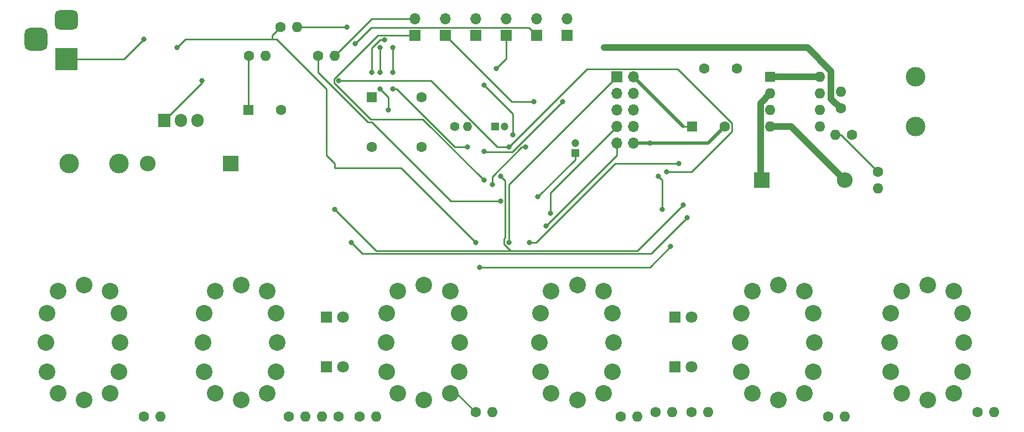
<source format=gbr>
%TF.GenerationSoftware,KiCad,Pcbnew,7.0.2-0*%
%TF.CreationDate,2023-05-13T13:36:10-07:00*%
%TF.ProjectId,nixie3,6e697869-6533-42e6-9b69-6361645f7063,rev?*%
%TF.SameCoordinates,Original*%
%TF.FileFunction,Copper,L2,Bot*%
%TF.FilePolarity,Positive*%
%FSLAX46Y46*%
G04 Gerber Fmt 4.6, Leading zero omitted, Abs format (unit mm)*
G04 Created by KiCad (PCBNEW 7.0.2-0) date 2023-05-13 13:36:10*
%MOMM*%
%LPD*%
G01*
G04 APERTURE LIST*
G04 Aperture macros list*
%AMRoundRect*
0 Rectangle with rounded corners*
0 $1 Rounding radius*
0 $2 $3 $4 $5 $6 $7 $8 $9 X,Y pos of 4 corners*
0 Add a 4 corners polygon primitive as box body*
4,1,4,$2,$3,$4,$5,$6,$7,$8,$9,$2,$3,0*
0 Add four circle primitives for the rounded corners*
1,1,$1+$1,$2,$3*
1,1,$1+$1,$4,$5*
1,1,$1+$1,$6,$7*
1,1,$1+$1,$8,$9*
0 Add four rect primitives between the rounded corners*
20,1,$1+$1,$2,$3,$4,$5,0*
20,1,$1+$1,$4,$5,$6,$7,0*
20,1,$1+$1,$6,$7,$8,$9,0*
20,1,$1+$1,$8,$9,$2,$3,0*%
G04 Aperture macros list end*
%TA.AperFunction,ComponentPad*%
%ADD10C,1.600000*%
%TD*%
%TA.AperFunction,ComponentPad*%
%ADD11O,1.600000X1.600000*%
%TD*%
%TA.AperFunction,ComponentPad*%
%ADD12C,1.400000*%
%TD*%
%TA.AperFunction,ComponentPad*%
%ADD13O,1.400000X1.400000*%
%TD*%
%TA.AperFunction,ComponentPad*%
%ADD14R,1.200000X1.200000*%
%TD*%
%TA.AperFunction,ComponentPad*%
%ADD15C,1.200000*%
%TD*%
%TA.AperFunction,ComponentPad*%
%ADD16C,2.540000*%
%TD*%
%TA.AperFunction,ComponentPad*%
%ADD17R,2.400000X2.400000*%
%TD*%
%TA.AperFunction,ComponentPad*%
%ADD18O,2.400000X2.400000*%
%TD*%
%TA.AperFunction,ComponentPad*%
%ADD19R,1.800000X1.800000*%
%TD*%
%TA.AperFunction,ComponentPad*%
%ADD20C,1.800000*%
%TD*%
%TA.AperFunction,ComponentPad*%
%ADD21R,1.700000X1.700000*%
%TD*%
%TA.AperFunction,ComponentPad*%
%ADD22O,1.700000X1.700000*%
%TD*%
%TA.AperFunction,ComponentPad*%
%ADD23C,3.000000*%
%TD*%
%TA.AperFunction,ComponentPad*%
%ADD24R,1.600000X1.600000*%
%TD*%
%TA.AperFunction,ComponentPad*%
%ADD25R,1.905000X2.000000*%
%TD*%
%TA.AperFunction,ComponentPad*%
%ADD26O,1.905000X2.000000*%
%TD*%
%TA.AperFunction,ComponentPad*%
%ADD27R,3.500000X3.500000*%
%TD*%
%TA.AperFunction,ComponentPad*%
%ADD28RoundRect,0.750000X-1.000000X0.750000X-1.000000X-0.750000X1.000000X-0.750000X1.000000X0.750000X0*%
%TD*%
%TA.AperFunction,ComponentPad*%
%ADD29RoundRect,0.875000X-0.875000X0.875000X-0.875000X-0.875000X0.875000X-0.875000X0.875000X0.875000X0*%
%TD*%
%TA.AperFunction,ViaPad*%
%ADD30C,0.800000*%
%TD*%
%TA.AperFunction,Conductor*%
%ADD31C,0.250000*%
%TD*%
%TA.AperFunction,Conductor*%
%ADD32C,0.500000*%
%TD*%
%TA.AperFunction,Conductor*%
%ADD33C,1.000000*%
%TD*%
G04 APERTURE END LIST*
D10*
%TO.P,R17,1*%
%TO.N,Net-(U1-PD6)*%
X81915000Y-44450000D03*
D11*
%TO.P,R17,2*%
%TO.N,VDD*%
X84455000Y-44450000D03*
%TD*%
D10*
%TO.P,R10,1*%
%TO.N,Net-(NX6-PadA)*%
X188595000Y-103505000D03*
D11*
%TO.P,R10,2*%
%TO.N,Net-(D1-K)*%
X191135000Y-103505000D03*
%TD*%
D10*
%TO.P,R3,1*%
%TO.N,Net-(U1-ADC6)*%
X87630000Y-48895000D03*
D11*
%TO.P,R3,2*%
%TO.N,GND*%
X90170000Y-48895000D03*
%TD*%
D10*
%TO.P,R12,1*%
%TO.N,Net-(NE3-Pad1)*%
X139290000Y-103505000D03*
D11*
%TO.P,R12,2*%
%TO.N,Net-(D1-K)*%
X141830000Y-103505000D03*
%TD*%
D12*
%TO.P,R1,1*%
%TO.N,VDD*%
X108590000Y-59690000D03*
D13*
%TO.P,R1,2*%
%TO.N,Net-(J1-~{RST})*%
X110490000Y-59690000D03*
%TD*%
D10*
%TO.P,R15,1*%
%TO.N,VDD*%
X169320000Y-60960000D03*
D11*
%TO.P,R15,2*%
%TO.N,Net-(U5-Vfb)*%
X166780000Y-60960000D03*
%TD*%
D10*
%TO.P,R13,1*%
%TO.N,Net-(NE4-Pad1)*%
X144780000Y-103505000D03*
D11*
%TO.P,R13,2*%
%TO.N,Net-(D1-K)*%
X147320000Y-103505000D03*
%TD*%
D14*
%TO.P,C1,1*%
%TO.N,Net-(J1-~{RST})*%
X114705000Y-59690000D03*
D15*
%TO.P,C1,2*%
%TO.N,GND*%
X116205000Y-59690000D03*
%TD*%
D16*
%TO.P,NX3,0,0*%
%TO.N,/Net-(U3A-HVOUT6)*%
X109220000Y-97282000D03*
%TO.P,NX3,1,1*%
%TO.N,/Net-(U3A-HVOUT5)*%
X99857560Y-100599240D03*
%TO.P,NX3,2,2*%
%TO.N,/Net-(U3A-HVOUT4)*%
X98173540Y-97282000D03*
%TO.P,NX3,3,3*%
%TO.N,/Net-(U3A-HVOUT3)*%
X98046540Y-92783660D03*
%TO.P,NX3,4,4*%
%TO.N,/Net-(U3A-HVOUT2)*%
X98173540Y-88285320D03*
%TO.P,NX3,5,5*%
%TO.N,/Net-(U3A-HVOUT11)*%
X99857560Y-84968080D03*
%TO.P,NX3,6,6*%
%TO.N,/Net-(U3A-HVOUT10)*%
X103855520Y-83967320D03*
%TO.P,NX3,7,7*%
%TO.N,/Net-(U3A-HVOUT9)*%
X107853480Y-84968080D03*
%TO.P,NX3,8,8*%
%TO.N,/Net-(U3A-HVOUT8)*%
X109220000Y-88285320D03*
%TO.P,NX3,9,9*%
%TO.N,/Net-(U3A-HVOUT7)*%
X109347000Y-92783660D03*
%TO.P,NX3,A,A*%
%TO.N,Net-(NX3-PadA)*%
X107853480Y-100599240D03*
%TO.P,NX3,LHDP*%
%TO.N,N/C*%
X103855520Y-101600000D03*
%TD*%
D17*
%TO.P,D1,1,K*%
%TO.N,Net-(D1-K)*%
X74295000Y-65405000D03*
D18*
%TO.P,D1,2,A*%
%TO.N,Net-(D1-A)*%
X61595000Y-65405000D03*
%TD*%
D19*
%TO.P,NE1,1*%
%TO.N,Net-(NE1-Pad1)*%
X88900000Y-88900000D03*
D20*
%TO.P,NE1,2*%
%TO.N,/Net-(U3A-HVOUT12)*%
X91440000Y-88900000D03*
%TD*%
D10*
%TO.P,R4,1*%
%TO.N,Net-(D1-K)*%
X90805000Y-104140000D03*
D11*
%TO.P,R4,2*%
%TO.N,Net-(NE1-Pad1)*%
X88265000Y-104140000D03*
%TD*%
D21*
%TO.P,J4,1,Pin_1*%
%TO.N,Net-(J4-Pin_1)*%
X107130000Y-45720000D03*
D22*
%TO.P,J4,2,Pin_2*%
%TO.N,GND*%
X107130000Y-43180000D03*
%TD*%
D10*
%TO.P,R8,1*%
%TO.N,Net-(NX4-PadA)*%
X133985000Y-104140000D03*
D11*
%TO.P,R8,2*%
%TO.N,Net-(D1-K)*%
X136525000Y-104140000D03*
%TD*%
D21*
%TO.P,J5,1,Pin_1*%
%TO.N,Net-(J5-Pin_1)*%
X111780000Y-45720000D03*
D22*
%TO.P,J5,2,Pin_2*%
%TO.N,GND*%
X111780000Y-43180000D03*
%TD*%
D16*
%TO.P,NX4,0,0*%
%TO.N,/unconnected-(U4A-HVOUT23-Pad44)*%
X132700020Y-97282000D03*
%TO.P,NX4,1,1*%
%TO.N,unconnected-(U4A-HVOUT32-Pad35)*%
X123337580Y-100599240D03*
%TO.P,NX4,2,2*%
%TO.N,/unconnected-(U4A-HVOUT31-Pad36)*%
X121653560Y-97282000D03*
%TO.P,NX4,3,3*%
%TO.N,/unconnected-(U4A-HVOUT30-Pad37)*%
X121526560Y-92783660D03*
%TO.P,NX4,4,4*%
%TO.N,/unconnected-(U4A-HVOUT29-Pad38)*%
X121653560Y-88285320D03*
%TO.P,NX4,5,5*%
%TO.N,/unconnected-(U4A-HVOUT28-Pad39)*%
X123337580Y-84968080D03*
%TO.P,NX4,6,6*%
%TO.N,/unconnected-(U4A-HVOUT27-Pad40)*%
X127335540Y-83967320D03*
%TO.P,NX4,7,7*%
%TO.N,/unconnected-(U4A-HVOUT26-Pad41)*%
X131333500Y-84968080D03*
%TO.P,NX4,8,8*%
%TO.N,/unconnected-(U4A-HVOUT25-Pad42)*%
X132700020Y-88285320D03*
%TO.P,NX4,9,9*%
%TO.N,unconnected-(U4A-HVOUT24-Pad43)*%
X132827020Y-92783660D03*
%TO.P,NX4,A,A*%
%TO.N,Net-(NX4-PadA)*%
X131333500Y-100599240D03*
%TO.P,NX4,LHDP*%
%TO.N,N/C*%
X127335540Y-101600000D03*
%TD*%
%TO.P,NX2,0,0*%
%TO.N,/Net-(U3A-HVOUT13)*%
X81246980Y-97282000D03*
%TO.P,NX2,1,1*%
%TO.N,/Net-(U3A-HVOUT22)*%
X71884540Y-100599240D03*
%TO.P,NX2,2,2*%
%TO.N,/Net-(U3A-HVOUT21)*%
X70200520Y-97282000D03*
%TO.P,NX2,3,3*%
%TO.N,/Net-(U3A-HVOUT20)*%
X70073520Y-92783660D03*
%TO.P,NX2,4,4*%
%TO.N,/Net-(U3A-HVOUT19)*%
X70200520Y-88285320D03*
%TO.P,NX2,5,5*%
%TO.N,/Net-(U3A-HVOUT18)*%
X71884540Y-84968080D03*
%TO.P,NX2,6,6*%
%TO.N,/Net-(U3A-HVOUT17)*%
X75882500Y-83967320D03*
%TO.P,NX2,7,7*%
%TO.N,/Net-(U3A-HVOUT16)*%
X79880460Y-84968080D03*
%TO.P,NX2,8,8*%
%TO.N,/Net-(U3A-HVOUT15)*%
X81246980Y-88285320D03*
%TO.P,NX2,9,9*%
%TO.N,/Net-(U3A-HVOUT14)*%
X81373980Y-92783660D03*
%TO.P,NX2,A,A*%
%TO.N,Net-(NX2-PadA)*%
X79880460Y-100599240D03*
%TO.P,NX2,LHDP*%
%TO.N,N/C*%
X75882500Y-101600000D03*
%TD*%
D17*
%TO.P,D2,1,K*%
%TO.N,Net-(D2-K)*%
X155575000Y-67945000D03*
D18*
%TO.P,D2,2,A*%
%TO.N,GND*%
X168275000Y-67945000D03*
%TD*%
D10*
%TO.P,R2,1*%
%TO.N,Net-(D1-K)*%
X77060000Y-48895000D03*
D11*
%TO.P,R2,2*%
%TO.N,Net-(U1-ADC6)*%
X79600000Y-48895000D03*
%TD*%
D14*
%TO.P,C2,1*%
%TO.N,Net-(U1-AREF)*%
X127000000Y-63730000D03*
D15*
%TO.P,C2,2*%
%TO.N,GND*%
X127000000Y-62230000D03*
%TD*%
D23*
%TO.P,L1,1,1*%
%TO.N,VCC*%
X49530000Y-65405000D03*
%TO.P,L1,2,2*%
%TO.N,Net-(D1-A)*%
X57150000Y-65405000D03*
%TD*%
D10*
%TO.P,R14,1*%
%TO.N,VCC*%
X167640000Y-56925000D03*
D11*
%TO.P,R14,2*%
%TO.N,Net-(U5-DC)*%
X167640000Y-54385000D03*
%TD*%
D21*
%TO.P,J7,1,Pin_1*%
%TO.N,Net-(J7-Pin_1)*%
X121080000Y-45720000D03*
D22*
%TO.P,J7,2,Pin_2*%
%TO.N,GND*%
X121080000Y-43180000D03*
%TD*%
D24*
%TO.P,C3,1*%
%TO.N,Net-(D1-K)*%
X76972349Y-57150000D03*
D10*
%TO.P,C3,2*%
%TO.N,GND*%
X81972349Y-57150000D03*
%TD*%
D21*
%TO.P,J8,1,Pin_1*%
%TO.N,Net-(J8-Pin_1)*%
X125730000Y-45720000D03*
D22*
%TO.P,J8,2,Pin_2*%
%TO.N,GND*%
X125730000Y-43180000D03*
%TD*%
D10*
%TO.P,R5,1*%
%TO.N,Net-(NE2-Pad1)*%
X93980000Y-104140000D03*
D11*
%TO.P,R5,2*%
%TO.N,Net-(D1-K)*%
X96520000Y-104140000D03*
%TD*%
D24*
%TO.P,C5,1*%
%TO.N,VDD*%
X144860000Y-59690000D03*
D10*
%TO.P,C5,2*%
%TO.N,GND*%
X149860000Y-59690000D03*
%TD*%
%TO.P,R16,1*%
%TO.N,Net-(U5-Vfb)*%
X173355000Y-66675000D03*
D11*
%TO.P,R16,2*%
%TO.N,GND*%
X173355000Y-69215000D03*
%TD*%
D23*
%TO.P,L2,1,1*%
%TO.N,Net-(D2-K)*%
X179070000Y-52070000D03*
%TO.P,L2,2,2*%
%TO.N,VDD*%
X179070000Y-59690000D03*
%TD*%
D19*
%TO.P,NE2,1*%
%TO.N,Net-(NE2-Pad1)*%
X88900000Y-96520000D03*
D20*
%TO.P,NE2,2*%
%TO.N,/Net-(U3A-HVOUT1)*%
X91440000Y-96520000D03*
%TD*%
D16*
%TO.P,NX6,0,0*%
%TO.N,/unconnected-(U4A-HVOUT1-Pad22)*%
X186323480Y-97282000D03*
%TO.P,NX6,1,1*%
%TO.N,/unconnected-(U4A-HVOUT10-Pad13)*%
X176961040Y-100599240D03*
%TO.P,NX6,2,2*%
%TO.N,/unconnected-(U4A-HVOUT9-Pad14)*%
X175277020Y-97282000D03*
%TO.P,NX6,3,3*%
%TO.N,/unconnected-(U4A-HVOUT8-Pad15)*%
X175150020Y-92783660D03*
%TO.P,NX6,4,4*%
%TO.N,/unconnected-(U4A-HVOUT7-Pad16)*%
X175277020Y-88285320D03*
%TO.P,NX6,5,5*%
%TO.N,/unconnected-(U4A-HVOUT6-Pad17)*%
X176961040Y-84968080D03*
%TO.P,NX6,6,6*%
%TO.N,/unconnected-(U4A-HVOUT5-Pad18)*%
X180959000Y-83967320D03*
%TO.P,NX6,7,7*%
%TO.N,/unconnected-(U4A-HVOUT4-Pad19)*%
X184956960Y-84968080D03*
%TO.P,NX6,8,8*%
%TO.N,/unconnected-(U4A-HVOUT3-Pad20)*%
X186323480Y-88285320D03*
%TO.P,NX6,9,9*%
%TO.N,/unconnected-(U4A-HVOUT2-Pad21)*%
X186450480Y-92783660D03*
%TO.P,NX6,A,A*%
%TO.N,Net-(NX6-PadA)*%
X184956960Y-100599240D03*
%TO.P,NX6,LHDP*%
%TO.N,N/C*%
X180959000Y-101600000D03*
%TD*%
D25*
%TO.P,Q1,1,G*%
%TO.N,Net-(Q1-G)*%
X64135000Y-58730000D03*
D26*
%TO.P,Q1,2,D*%
%TO.N,Net-(D1-A)*%
X66675000Y-58730000D03*
%TO.P,Q1,3,S*%
%TO.N,GND*%
X69215000Y-58730000D03*
%TD*%
D21*
%TO.P,J6,1,Pin_1*%
%TO.N,Net-(J6-Pin_1)*%
X116430000Y-45720000D03*
D22*
%TO.P,J6,2,Pin_2*%
%TO.N,GND*%
X116430000Y-43180000D03*
%TD*%
D24*
%TO.P,X1,1,EN*%
%TO.N,VDD*%
X95885000Y-55245000D03*
D10*
%TO.P,X1,4,GND*%
%TO.N,GND*%
X95885000Y-62865000D03*
%TO.P,X1,5,OUT*%
%TO.N,Net-(U1-XTAL1{slash}PB6)*%
X103505000Y-62865000D03*
%TO.P,X1,8,Vcc*%
%TO.N,VDD*%
X103505000Y-55245000D03*
%TD*%
D16*
%TO.P,NX1,0,0*%
%TO.N,/Net-(U3A-HVOUT23)*%
X57196980Y-97282000D03*
%TO.P,NX1,1,1*%
%TO.N,/Net-(U3A-HVOUT32)*%
X47834540Y-100599240D03*
%TO.P,NX1,2,2*%
%TO.N,/Net-(U3A-HVOUT31)*%
X46150520Y-97282000D03*
%TO.P,NX1,3,3*%
%TO.N,/Net-(U3A-HVOUT30)*%
X46023520Y-92783660D03*
%TO.P,NX1,4,4*%
%TO.N,/Net-(U3A-HVOUT29)*%
X46150520Y-88285320D03*
%TO.P,NX1,5,5*%
%TO.N,/Net-(U3A-HVOUT28)*%
X47834540Y-84968080D03*
%TO.P,NX1,6,6*%
%TO.N,/Net-(U3A-HVOUT27)*%
X51832500Y-83967320D03*
%TO.P,NX1,7,7*%
%TO.N,/Net-(U3A-HVOUT26)*%
X55830460Y-84968080D03*
%TO.P,NX1,8,8*%
%TO.N,/Net-(U3A-HVOUT25)*%
X57196980Y-88285320D03*
%TO.P,NX1,9,9*%
%TO.N,/Net-(U3A-HVOUT24)*%
X57323980Y-92783660D03*
%TO.P,NX1,A,A*%
%TO.N,Net-(NX1-PadA)*%
X55830460Y-100599240D03*
%TO.P,NX1,LHDP*%
%TO.N,N/C*%
X51832500Y-101600000D03*
%TD*%
D10*
%TO.P,R7,1*%
%TO.N,Net-(NX3-PadA)*%
X111760000Y-103505000D03*
D11*
%TO.P,R7,2*%
%TO.N,Net-(D1-K)*%
X114300000Y-103505000D03*
%TD*%
D27*
%TO.P,J2,1*%
%TO.N,VCC*%
X49150000Y-49355000D03*
D28*
%TO.P,J2,2*%
%TO.N,GND*%
X49150000Y-43355000D03*
D29*
%TO.P,J2,3*%
%TO.N,N/C*%
X44450000Y-46355000D03*
%TD*%
D24*
%TO.P,U5,1,SwC*%
%TO.N,Net-(U5-DC)*%
X156855000Y-52080000D03*
D11*
%TO.P,U5,2,SwE*%
%TO.N,Net-(D2-K)*%
X156855000Y-54620000D03*
%TO.P,U5,3,TC*%
%TO.N,Net-(U5-TC)*%
X156855000Y-57160000D03*
%TO.P,U5,4,GND*%
%TO.N,GND*%
X156855000Y-59700000D03*
%TO.P,U5,5,Vfb*%
%TO.N,Net-(U5-Vfb)*%
X164475000Y-59700000D03*
%TO.P,U5,6,Vin*%
%TO.N,VCC*%
X164475000Y-57160000D03*
%TO.P,U5,7,Ipk*%
%TO.N,Net-(U5-DC)*%
X164475000Y-54620000D03*
%TO.P,U5,8,DC*%
X164475000Y-52080000D03*
%TD*%
D10*
%TO.P,R11,1*%
%TO.N,Net-(NX1-PadA)*%
X60960000Y-104140000D03*
D11*
%TO.P,R11,2*%
%TO.N,Net-(D1-K)*%
X63500000Y-104140000D03*
%TD*%
D21*
%TO.P,J3,1,Pin_1*%
%TO.N,Net-(J3-Pin_1)*%
X102480000Y-45720000D03*
D22*
%TO.P,J3,2,Pin_2*%
%TO.N,GND*%
X102480000Y-43180000D03*
%TD*%
D10*
%TO.P,R9,1*%
%TO.N,Net-(NX5-PadA)*%
X165735000Y-104140000D03*
D11*
%TO.P,R9,2*%
%TO.N,Net-(D1-K)*%
X168275000Y-104140000D03*
%TD*%
D19*
%TO.P,NE3,1*%
%TO.N,Net-(NE3-Pad1)*%
X142240000Y-88900000D03*
D20*
%TO.P,NE3,2*%
%TO.N,/unconnected-(U4A-HVOUT22-Pad1)*%
X144780000Y-88900000D03*
%TD*%
D10*
%TO.P,C4,1*%
%TO.N,Net-(U5-TC)*%
X151725000Y-50800000D03*
%TO.P,C4,2*%
%TO.N,GND*%
X146725000Y-50800000D03*
%TD*%
D21*
%TO.P,J1,1,MOSI*%
%TO.N,Net-(J1-MOSI)*%
X133350000Y-52070000D03*
D22*
%TO.P,J1,2,VCC*%
%TO.N,VDD*%
X135890000Y-52070000D03*
%TO.P,J1,3,NC*%
%TO.N,unconnected-(J1-NC-Pad3)*%
X133350000Y-54610000D03*
%TO.P,J1,4,GND*%
%TO.N,GND*%
X135890000Y-54610000D03*
%TO.P,J1,5,~{RST}*%
%TO.N,Net-(J1-~{RST})*%
X133350000Y-57150000D03*
%TO.P,J1,6,GND*%
%TO.N,GND*%
X135890000Y-57150000D03*
%TO.P,J1,7,SCK*%
%TO.N,Net-(J1-SCK)*%
X133350000Y-59690000D03*
%TO.P,J1,8,GND*%
%TO.N,GND*%
X135890000Y-59690000D03*
%TO.P,J1,9,MISO*%
%TO.N,Net-(J1-MISO)*%
X133350000Y-62230000D03*
%TO.P,J1,10,GND*%
%TO.N,GND*%
X135890000Y-62230000D03*
%TD*%
D10*
%TO.P,R6,1*%
%TO.N,Net-(NX2-PadA)*%
X83185000Y-104140000D03*
D11*
%TO.P,R6,2*%
%TO.N,Net-(D1-K)*%
X85725000Y-104140000D03*
%TD*%
D16*
%TO.P,NX5,0,0*%
%TO.N,/unconnected-(U4A-HVOUT11-Pad12)*%
X163446460Y-97282000D03*
%TO.P,NX5,1,1*%
%TO.N,/unconnected-(U4A-HVOUT20-Pad3)*%
X154084020Y-100599240D03*
%TO.P,NX5,2,2*%
%TO.N,/unconnected-(U4A-HVOUT19-Pad4)*%
X152400000Y-97282000D03*
%TO.P,NX5,3,3*%
%TO.N,/unconnected-(U4A-HVOUT18-Pad5)*%
X152273000Y-92783660D03*
%TO.P,NX5,4,4*%
%TO.N,/unconnected-(U4A-HVOUT17-Pad6)*%
X152400000Y-88285320D03*
%TO.P,NX5,5,5*%
%TO.N,/unconnected-(U4A-HVOUT16-Pad7)*%
X154084020Y-84968080D03*
%TO.P,NX5,6,6*%
%TO.N,/unconnected-(U4A-HVOUT15-Pad8)*%
X158081980Y-83967320D03*
%TO.P,NX5,7,7*%
%TO.N,/unconnected-(U4A-HVOUT14-Pad9)*%
X162079940Y-84968080D03*
%TO.P,NX5,8,8*%
%TO.N,/unconnected-(U4A-HVOUT13-Pad10)*%
X163446460Y-88285320D03*
%TO.P,NX5,9,9*%
%TO.N,/unconnected-(U4A-HVOUT12-Pad11)*%
X163573460Y-92783660D03*
%TO.P,NX5,A,A*%
%TO.N,Net-(NX5-PadA)*%
X162079940Y-100599240D03*
%TO.P,NX5,LHDP*%
%TO.N,N/C*%
X158081980Y-101600000D03*
%TD*%
D19*
%TO.P,NE4,1*%
%TO.N,Net-(NE4-Pad1)*%
X142240000Y-96520000D03*
D20*
%TO.P,NE4,2*%
%TO.N,/unconnected-(U4A-HVOUT21-Pad2)*%
X144780000Y-96520000D03*
%TD*%
D30*
%TO.N,VDD*%
X95885000Y-51435000D03*
X97790000Y-46444500D03*
X92075000Y-44450000D03*
%TO.N,GND*%
X138430000Y-62230000D03*
%TO.N,VCC*%
X60960000Y-46355000D03*
X131445000Y-47625000D03*
%TO.N,Net-(Q1-G)*%
X69850000Y-52705000D03*
%TO.N,Net-(U1-ADC6)*%
X115570000Y-71120000D03*
%TO.N,Net-(U1-PD6)*%
X111760000Y-77470000D03*
X66065400Y-47599600D03*
%TO.N,Net-(U1-AREF)*%
X121285000Y-70485000D03*
%TO.N,Net-(U1-PC2)*%
X140970000Y-66675000D03*
X116840000Y-62865000D03*
X90805000Y-52705000D03*
%TO.N,Net-(U1-PC5)*%
X143510000Y-71755000D03*
X90170000Y-72390000D03*
X115570000Y-67310000D03*
%TO.N,Net-(U3A-DATAOUT)*%
X112393604Y-81280000D03*
X139700000Y-67310000D03*
X140335000Y-72390000D03*
X141605000Y-78105000D03*
%TO.N,Net-(U3A-OE)*%
X92710000Y-77470000D03*
X144145000Y-73660000D03*
%TO.N,Net-(J3-Pin_1)*%
X113030000Y-67945000D03*
%TO.N,Net-(J4-Pin_1)*%
X113030000Y-63500000D03*
X125095000Y-55880000D03*
X120650000Y-55880000D03*
%TO.N,Net-(J5-Pin_1)*%
X99060000Y-51435000D03*
X99060000Y-47625000D03*
X99060000Y-53975000D03*
X110490000Y-62865000D03*
%TO.N,Net-(J6-Pin_1)*%
X113030000Y-53340000D03*
X119380000Y-62865000D03*
X114300000Y-68580000D03*
X114935000Y-50800000D03*
X117475000Y-60960000D03*
%TO.N,Net-(J7-Pin_1)*%
X97155000Y-51435000D03*
X98425000Y-57150000D03*
X97155000Y-53975000D03*
X97155000Y-47625000D03*
X93345000Y-46990000D03*
%TO.N,Net-(J8-Pin_1)*%
X120015000Y-77470000D03*
X142875000Y-65405000D03*
%TO.N,Net-(J1-MOSI)*%
X116840000Y-77470000D03*
%TO.N,Net-(J1-MISO)*%
X122555000Y-74930000D03*
%TO.N,Net-(J1-SCK)*%
X123190000Y-73025000D03*
%TD*%
D31*
%TO.N,VDD*%
X97790000Y-46444500D02*
X97100158Y-46444500D01*
X97100158Y-46444500D02*
X95885000Y-47659658D01*
X95885000Y-47659658D02*
X95885000Y-51435000D01*
%TO.N,Net-(J7-Pin_1)*%
X97155000Y-47625000D02*
X97155000Y-51435000D01*
%TO.N,VDD*%
X84455000Y-44450000D02*
X92075000Y-44450000D01*
%TO.N,Net-(U1-PD6)*%
X80645000Y-46355000D02*
X81280000Y-46355000D01*
X67310000Y-46355000D02*
X80645000Y-46355000D01*
X80645000Y-46355000D02*
X80645000Y-45720000D01*
X80645000Y-45720000D02*
X81915000Y-44450000D01*
D32*
%TO.N,GND*%
X138430000Y-62230000D02*
X135890000Y-62230000D01*
D31*
X102480000Y-43180000D02*
X95885000Y-43180000D01*
X95885000Y-43180000D02*
X90170000Y-48895000D01*
D32*
X147320000Y-62230000D02*
X138430000Y-62230000D01*
X149860000Y-59690000D02*
X147320000Y-62230000D01*
D33*
X168275000Y-67945000D02*
X160030000Y-59700000D01*
X160030000Y-59700000D02*
X156855000Y-59700000D01*
D31*
%TO.N,Net-(D1-K)*%
X76972349Y-48982651D02*
X77060000Y-48895000D01*
X76972349Y-57150000D02*
X76972349Y-48982651D01*
D33*
%TO.N,Net-(D2-K)*%
X155575000Y-67945000D02*
X155355000Y-67725000D01*
X155355000Y-56120000D02*
X156855000Y-54620000D01*
X155355000Y-67725000D02*
X155355000Y-56120000D01*
D31*
%TO.N,VCC*%
X57960000Y-49355000D02*
X49150000Y-49355000D01*
D33*
X167640000Y-56925000D02*
X166140000Y-55425000D01*
X166140000Y-51205000D02*
X162560000Y-47625000D01*
X166140000Y-55425000D02*
X166140000Y-51205000D01*
X162560000Y-47625000D02*
X131445000Y-47625000D01*
D31*
X60960000Y-46355000D02*
X57960000Y-49355000D01*
%TO.N,Net-(NX3-PadA)*%
X108854240Y-100599240D02*
X107853480Y-100599240D01*
X111760000Y-103505000D02*
X108854240Y-100599240D01*
%TO.N,Net-(Q1-G)*%
X64135000Y-58730000D02*
X69850000Y-53015000D01*
X69850000Y-53015000D02*
X69850000Y-52705000D01*
%TO.N,Net-(U1-ADC6)*%
X87630000Y-51435000D02*
X95250000Y-59055000D01*
X107950000Y-71120000D02*
X115570000Y-71120000D01*
X95885000Y-59055000D02*
X107950000Y-71120000D01*
X95250000Y-59055000D02*
X95885000Y-59055000D01*
X87630000Y-48895000D02*
X87630000Y-51435000D01*
%TO.N,Net-(U5-Vfb)*%
X167640000Y-60960000D02*
X166780000Y-60960000D01*
X173355000Y-66675000D02*
X167640000Y-60960000D01*
%TO.N,Net-(U1-PD6)*%
X100330000Y-66040000D02*
X111760000Y-77470000D01*
X81280000Y-46355000D02*
X88900000Y-53975000D01*
X90170000Y-66040000D02*
X100330000Y-66040000D01*
X90170000Y-65405000D02*
X90170000Y-66040000D01*
X66065400Y-47599600D02*
X67310000Y-46355000D01*
X88900000Y-53975000D02*
X88900000Y-64135000D01*
X88900000Y-64135000D02*
X90170000Y-65405000D01*
%TO.N,Net-(U1-AREF)*%
X127000000Y-63730000D02*
X127000000Y-64770000D01*
X127000000Y-64770000D02*
X121285000Y-70485000D01*
%TO.N,Net-(U1-PC2)*%
X128810000Y-50895000D02*
X142655991Y-50895000D01*
X150985000Y-60470000D02*
X144780000Y-66675000D01*
X116840000Y-62865000D02*
X128810000Y-50895000D01*
X144780000Y-66675000D02*
X140970000Y-66675000D01*
X90805000Y-52705000D02*
X104954569Y-52705000D01*
X115114569Y-62865000D02*
X116840000Y-62865000D01*
X142655991Y-50895000D02*
X150985000Y-59224009D01*
X104954569Y-52705000D02*
X115114569Y-62865000D01*
X150985000Y-59224009D02*
X150985000Y-60470000D01*
%TO.N,Net-(U1-PC5)*%
X117084695Y-78740000D02*
X136525000Y-78740000D01*
X96520000Y-78740000D02*
X90170000Y-72390000D01*
X116115000Y-77770305D02*
X117084695Y-78740000D01*
X116295000Y-68035000D02*
X116295000Y-76745000D01*
X136525000Y-78740000D02*
X143510000Y-71755000D01*
X116115000Y-76925000D02*
X116115000Y-77770305D01*
X117084695Y-78740000D02*
X96520000Y-78740000D01*
X115570000Y-67310000D02*
X116295000Y-68035000D01*
X116295000Y-76745000D02*
X116115000Y-76925000D01*
%TO.N,Net-(U3A-DATAOUT)*%
X138430000Y-81280000D02*
X141605000Y-78105000D01*
X112393604Y-81280000D02*
X138430000Y-81280000D01*
X140335000Y-72390000D02*
X140335000Y-67945000D01*
X140335000Y-67945000D02*
X139700000Y-67310000D01*
%TO.N,Net-(U3A-OE)*%
X138615000Y-79190000D02*
X94430000Y-79190000D01*
X144145000Y-73660000D02*
X138615000Y-79190000D01*
X94430000Y-79190000D02*
X92710000Y-77470000D01*
D33*
%TO.N,Net-(U5-DC)*%
X156855000Y-52080000D02*
X164475000Y-52080000D01*
D31*
%TO.N,Net-(J3-Pin_1)*%
X102480000Y-45720000D02*
X96764695Y-45720000D01*
X96764695Y-45720000D02*
X90080000Y-52404695D01*
X90080000Y-52404695D02*
X90080000Y-53005305D01*
X103690000Y-58605000D02*
X113030000Y-67945000D01*
X95679695Y-58605000D02*
X103690000Y-58605000D01*
X90080000Y-53005305D02*
X95679695Y-58605000D01*
%TO.N,Net-(J4-Pin_1)*%
X113120000Y-63590000D02*
X113030000Y-63500000D01*
X107130000Y-45720000D02*
X117290000Y-55880000D01*
X117290000Y-55880000D02*
X120650000Y-55880000D01*
X117385000Y-63590000D02*
X113120000Y-63590000D01*
X125095000Y-55880000D02*
X117385000Y-63590000D01*
%TO.N,Net-(J5-Pin_1)*%
X99696396Y-53975000D02*
X108586396Y-62865000D01*
X108586396Y-62865000D02*
X110490000Y-62865000D01*
X99060000Y-47625000D02*
X99060000Y-51435000D01*
X99060000Y-53975000D02*
X99696396Y-53975000D01*
%TO.N,Net-(J6-Pin_1)*%
X118835000Y-62865000D02*
X114300000Y-67400000D01*
X117475000Y-57785000D02*
X117475000Y-60960000D01*
X119380000Y-62865000D02*
X118835000Y-62865000D01*
X113030000Y-53340000D02*
X117475000Y-57785000D01*
X114300000Y-67400000D02*
X114300000Y-68580000D01*
X116430000Y-49305000D02*
X114935000Y-50800000D01*
X116430000Y-45720000D02*
X116430000Y-49305000D01*
%TO.N,Net-(J7-Pin_1)*%
X98425000Y-57150000D02*
X98425000Y-55245000D01*
X121080000Y-45720000D02*
X119905000Y-44545000D01*
X98425000Y-55245000D02*
X97155000Y-53975000D01*
X119905000Y-44545000D02*
X95790000Y-44545000D01*
X95790000Y-44545000D02*
X93345000Y-46990000D01*
%TO.N,Net-(J8-Pin_1)*%
X133105305Y-65405000D02*
X121040305Y-77470000D01*
X142875000Y-65405000D02*
X133105305Y-65405000D01*
X121040305Y-77470000D02*
X120015000Y-77470000D01*
%TO.N,VDD*%
X144860000Y-59690000D02*
X143510000Y-59690000D01*
D32*
X143510000Y-59690000D02*
X135890000Y-52070000D01*
D31*
%TO.N,Net-(J1-MOSI)*%
X116840000Y-68580000D02*
X116840000Y-77470000D01*
X133350000Y-52070000D02*
X116840000Y-68580000D01*
%TO.N,Net-(J1-MISO)*%
X133350000Y-64135000D02*
X122555000Y-74930000D01*
X133350000Y-62230000D02*
X133350000Y-64135000D01*
%TO.N,Net-(J1-SCK)*%
X133350000Y-59690000D02*
X123190000Y-69850000D01*
X123190000Y-69850000D02*
X123190000Y-73025000D01*
%TD*%
M02*

</source>
